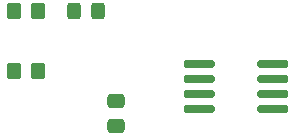
<source format=gtp>
G04 #@! TF.GenerationSoftware,KiCad,Pcbnew,7.0.1*
G04 #@! TF.CreationDate,2023-03-31T23:10:03+02:00*
G04 #@! TF.ProjectId,PMOD SPI Memory,504d4f44-2053-4504-9920-4d656d6f7279,V1.0*
G04 #@! TF.SameCoordinates,Original*
G04 #@! TF.FileFunction,Paste,Top*
G04 #@! TF.FilePolarity,Positive*
%FSLAX46Y46*%
G04 Gerber Fmt 4.6, Leading zero omitted, Abs format (unit mm)*
G04 Created by KiCad (PCBNEW 7.0.1) date 2023-03-31 23:10:03*
%MOMM*%
%LPD*%
G01*
G04 APERTURE LIST*
G04 Aperture macros list*
%AMRoundRect*
0 Rectangle with rounded corners*
0 $1 Rounding radius*
0 $2 $3 $4 $5 $6 $7 $8 $9 X,Y pos of 4 corners*
0 Add a 4 corners polygon primitive as box body*
4,1,4,$2,$3,$4,$5,$6,$7,$8,$9,$2,$3,0*
0 Add four circle primitives for the rounded corners*
1,1,$1+$1,$2,$3*
1,1,$1+$1,$4,$5*
1,1,$1+$1,$6,$7*
1,1,$1+$1,$8,$9*
0 Add four rect primitives between the rounded corners*
20,1,$1+$1,$2,$3,$4,$5,0*
20,1,$1+$1,$4,$5,$6,$7,0*
20,1,$1+$1,$6,$7,$8,$9,0*
20,1,$1+$1,$8,$9,$2,$3,0*%
G04 Aperture macros list end*
%ADD10RoundRect,0.150000X-0.650000X-0.150000X0.650000X-0.150000X0.650000X0.150000X-0.650000X0.150000X0*%
%ADD11RoundRect,0.150000X-0.675000X-0.150000X0.675000X-0.150000X0.675000X0.150000X-0.675000X0.150000X0*%
%ADD12RoundRect,0.250000X-0.350000X-0.450000X0.350000X-0.450000X0.350000X0.450000X-0.350000X0.450000X0*%
%ADD13RoundRect,0.250000X-0.475000X0.337500X-0.475000X-0.337500X0.475000X-0.337500X0.475000X0.337500X0*%
%ADD14RoundRect,0.250000X-0.325000X-0.450000X0.325000X-0.450000X0.325000X0.450000X-0.325000X0.450000X0*%
%ADD15RoundRect,0.250000X0.350000X0.450000X-0.350000X0.450000X-0.350000X-0.450000X0.350000X-0.450000X0*%
G04 APERTURE END LIST*
D10*
X131876800Y-106045000D03*
D11*
X130895000Y-106045000D03*
D10*
X131876800Y-107315000D03*
D11*
X130895000Y-107315000D03*
D10*
X131876800Y-108585000D03*
D11*
X130895000Y-108585000D03*
D10*
X131876800Y-109855000D03*
D11*
X130895000Y-109855000D03*
X125645000Y-109855000D03*
D10*
X124676800Y-109855000D03*
D11*
X125645000Y-108585000D03*
D10*
X124676800Y-108585000D03*
D11*
X125645000Y-107315000D03*
D10*
X124676800Y-107315000D03*
D11*
X125645000Y-106045000D03*
D10*
X124676800Y-106045000D03*
D12*
X109490000Y-106680000D03*
X111490000Y-106680000D03*
D13*
X118110000Y-111295000D03*
X118110000Y-109220000D03*
D14*
X114545000Y-101600000D03*
X116595000Y-101600000D03*
D15*
X109490000Y-101600000D03*
X111490000Y-101600000D03*
M02*

</source>
